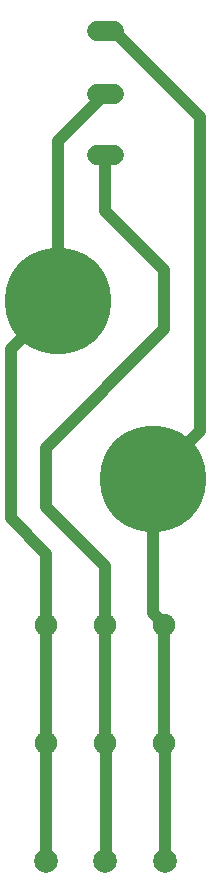
<source format=gtl>
G04 Layer: TopLayer*
G04 EasyEDA v6.4.25, 2021-12-02T14:12:09+11:00*
G04 a67cddfb3fce44daa9051d46cbbcc19f,10*
G04 Gerber Generator version 0.2*
G04 Scale: 100 percent, Rotated: No, Reflected: No *
G04 Dimensions in millimeters *
G04 leading zeros omitted , absolute positions ,4 integer and 5 decimal *
%FSLAX45Y45*%
%MOMM*%

%ADD11C,1.0000*%
%ADD12C,2.0000*%
%ADD13C,1.9000*%
%ADD14C,9.0000*%
%ADD15C,1.7000*%

%LPD*%
D11*
X1000000Y8525004D02*
G01*
X1074994Y8525004D01*
X1799998Y7799999D01*
X1799998Y5137297D01*
X1399999Y4737298D01*
X1000000Y7474993D02*
G01*
X1000000Y6999998D01*
X1499999Y6499999D01*
X1499999Y6000000D01*
X499998Y5000000D01*
X499998Y4500001D01*
X1000000Y3999999D01*
X1000000Y3500000D01*
X1399999Y4737298D02*
G01*
X1399999Y3600000D01*
X1499999Y3500000D01*
X1499999Y3500000D02*
G01*
X1499999Y2500000D01*
X1504063Y1499999D02*
G01*
X1504063Y2495936D01*
X1499999Y2500000D01*
X1003175Y1499999D02*
G01*
X1003175Y2496825D01*
X1000000Y2500000D01*
X1000000Y2500000D02*
G01*
X1000000Y3500000D01*
X495937Y1499999D02*
G01*
X495937Y2495938D01*
X499998Y2500000D01*
X499998Y2500000D02*
G01*
X499998Y3500000D01*
X499998Y3500000D02*
G01*
X499998Y4100001D01*
X199999Y4400001D01*
X199999Y5837301D01*
X599998Y6237300D01*
X599998Y6237300D02*
G01*
X599998Y7595006D01*
X1000000Y7995008D01*
D12*
G01*
X495935Y1499996D03*
G01*
X996822Y1499996D03*
G01*
X1504061Y1499996D03*
D13*
G01*
X1499996Y3499993D03*
G01*
X999997Y3499993D03*
G01*
X999997Y2499995D03*
G01*
X499998Y2499995D03*
G01*
X499998Y3499993D03*
G01*
X1499996Y2499995D03*
D14*
G01*
X599998Y6237300D03*
G01*
X1399997Y4737303D03*
D15*
X924999Y8525002D02*
G01*
X1074999Y8525002D01*
X924999Y7995005D02*
G01*
X1074999Y7995005D01*
X924999Y7474991D02*
G01*
X1074999Y7474991D01*
M02*

</source>
